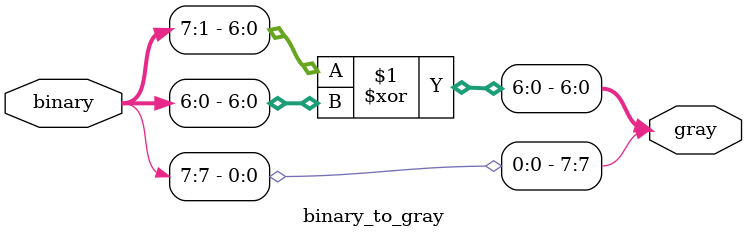
<source format=sv>
/*
 * Implementation of a binary to grey encoder (encodes binary)
 */

module binary_to_gray#(parameter BITSIZE = 8)(
    input        [BITSIZE-1:0] binary,         //Binary being encoded to gray
    output logic [BITSIZE-1:0] gray     //Gray output
);

    assign gray={binary[BITSIZE-1],binary[BITSIZE-1:1]^binary[BITSIZE-2:0]};
    
endmodule
</source>
